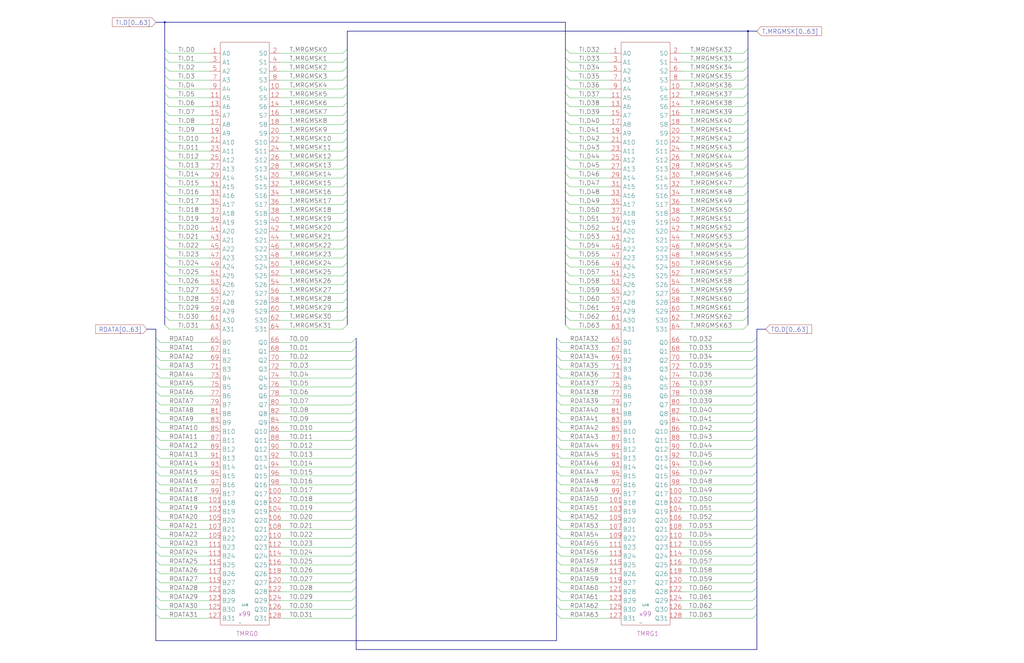
<source format=kicad_sch>
(kicad_sch (version 20230121) (generator eeschema)
  (paper "User" 584.2 378.46)
  (title_block (title "MERGER / TYPE HALF MSB'S") (date "20-MAR-90") (rev "1.0") (comment 1 "FIU") (comment 2 "232-003065") (comment 3 "S400") (comment 4 "RELEASED"))
  (junction (at 426.72 17.78))
  (junction (at 93.98 12.7))
  (bus_entry (at 203.2 309.88) (size -2.54 2.54))
  (bus_entry (at 317.5 193.04) (size 2.54 2.54))
  (bus_entry (at 93.98 88.9) (size 2.54 2.54))
  (bus_entry (at 88.9 299.72) (size 2.54 2.54))
  (bus_entry (at 93.98 149.86) (size 2.54 2.54))
  (bus_entry (at 426.72 38.1) (size -2.54 2.54))
  (bus_entry (at 93.98 124.46) (size 2.54 2.54))
  (bus_entry (at 426.72 78.74) (size -2.54 2.54))
  (bus_entry (at 203.2 254) (size -2.54 2.54))
  (bus_entry (at 88.9 304.8) (size 2.54 2.54))
  (bus_entry (at 322.58 175.26) (size 2.54 2.54))
  (bus_entry (at 198.12 48.26) (size -2.54 2.54))
  (bus_entry (at 317.5 294.64) (size 2.54 2.54))
  (bus_entry (at 88.9 198.12) (size 2.54 2.54))
  (bus_entry (at 426.72 99.06) (size -2.54 2.54))
  (bus_entry (at 203.2 304.8) (size -2.54 2.54))
  (bus_entry (at 317.5 350.52) (size 2.54 2.54))
  (bus_entry (at 431.8 198.12) (size -2.54 2.54))
  (bus_entry (at 317.5 198.12) (size 2.54 2.54))
  (bus_entry (at 203.2 203.2) (size -2.54 2.54))
  (bus_entry (at 322.58 154.94) (size 2.54 2.54))
  (bus_entry (at 203.2 264.16) (size -2.54 2.54))
  (bus_entry (at 431.8 279.4) (size -2.54 2.54))
  (bus_entry (at 431.8 309.88) (size -2.54 2.54))
  (bus_entry (at 317.5 304.8) (size 2.54 2.54))
  (bus_entry (at 317.5 309.88) (size 2.54 2.54))
  (bus_entry (at 93.98 180.34) (size 2.54 2.54))
  (bus_entry (at 431.8 238.76) (size -2.54 2.54))
  (bus_entry (at 93.98 129.54) (size 2.54 2.54))
  (bus_entry (at 322.58 160.02) (size 2.54 2.54))
  (bus_entry (at 322.58 104.14) (size 2.54 2.54))
  (bus_entry (at 93.98 170.18) (size 2.54 2.54))
  (bus_entry (at 93.98 68.58) (size 2.54 2.54))
  (bus_entry (at 88.9 330.2) (size 2.54 2.54))
  (bus_entry (at 203.2 218.44) (size -2.54 2.54))
  (bus_entry (at 322.58 99.06) (size 2.54 2.54))
  (bus_entry (at 93.98 53.34) (size 2.54 2.54))
  (bus_entry (at 198.12 99.06) (size -2.54 2.54))
  (bus_entry (at 198.12 149.86) (size -2.54 2.54))
  (bus_entry (at 203.2 330.2) (size -2.54 2.54))
  (bus_entry (at 203.2 274.32) (size -2.54 2.54))
  (bus_entry (at 203.2 289.56) (size -2.54 2.54))
  (bus_entry (at 431.8 320.04) (size -2.54 2.54))
  (bus_entry (at 198.12 109.22) (size -2.54 2.54))
  (bus_entry (at 88.9 325.12) (size 2.54 2.54))
  (bus_entry (at 88.9 233.68) (size 2.54 2.54))
  (bus_entry (at 322.58 78.74) (size 2.54 2.54))
  (bus_entry (at 317.5 208.28) (size 2.54 2.54))
  (bus_entry (at 93.98 43.18) (size 2.54 2.54))
  (bus_entry (at 317.5 289.56) (size 2.54 2.54))
  (bus_entry (at 93.98 104.14) (size 2.54 2.54))
  (bus_entry (at 93.98 154.94) (size 2.54 2.54))
  (bus_entry (at 198.12 53.34) (size -2.54 2.54))
  (bus_entry (at 426.72 134.62) (size -2.54 2.54))
  (bus_entry (at 93.98 139.7) (size 2.54 2.54))
  (bus_entry (at 322.58 48.26) (size 2.54 2.54))
  (bus_entry (at 203.2 233.68) (size -2.54 2.54))
  (bus_entry (at 317.5 314.96) (size 2.54 2.54))
  (bus_entry (at 88.9 320.04) (size 2.54 2.54))
  (bus_entry (at 88.9 259.08) (size 2.54 2.54))
  (bus_entry (at 431.8 193.04) (size -2.54 2.54))
  (bus_entry (at 317.5 320.04) (size 2.54 2.54))
  (bus_entry (at 431.8 330.2) (size -2.54 2.54))
  (bus_entry (at 93.98 63.5) (size 2.54 2.54))
  (bus_entry (at 426.72 48.26) (size -2.54 2.54))
  (bus_entry (at 203.2 284.48) (size -2.54 2.54))
  (bus_entry (at 93.98 165.1) (size 2.54 2.54))
  (bus_entry (at 198.12 33.02) (size -2.54 2.54))
  (bus_entry (at 88.9 284.48) (size 2.54 2.54))
  (bus_entry (at 203.2 213.36) (size -2.54 2.54))
  (bus_entry (at 426.72 160.02) (size -2.54 2.54))
  (bus_entry (at 88.9 335.28) (size 2.54 2.54))
  (bus_entry (at 431.8 213.36) (size -2.54 2.54))
  (bus_entry (at 317.5 284.48) (size 2.54 2.54))
  (bus_entry (at 322.58 43.18) (size 2.54 2.54))
  (bus_entry (at 88.9 289.56) (size 2.54 2.54))
  (bus_entry (at 88.9 223.52) (size 2.54 2.54))
  (bus_entry (at 203.2 345.44) (size -2.54 2.54))
  (bus_entry (at 431.8 350.52) (size -2.54 2.54))
  (bus_entry (at 88.9 274.32) (size 2.54 2.54))
  (bus_entry (at 426.72 63.5) (size -2.54 2.54))
  (bus_entry (at 431.8 233.68) (size -2.54 2.54))
  (bus_entry (at 317.5 223.52) (size 2.54 2.54))
  (bus_entry (at 203.2 314.96) (size -2.54 2.54))
  (bus_entry (at 88.9 294.64) (size 2.54 2.54))
  (bus_entry (at 93.98 48.26) (size 2.54 2.54))
  (bus_entry (at 88.9 213.36) (size 2.54 2.54))
  (bus_entry (at 426.72 53.34) (size -2.54 2.54))
  (bus_entry (at 203.2 325.12) (size -2.54 2.54))
  (bus_entry (at 322.58 149.86) (size 2.54 2.54))
  (bus_entry (at 317.5 274.32) (size 2.54 2.54))
  (bus_entry (at 88.9 254) (size 2.54 2.54))
  (bus_entry (at 198.12 180.34) (size -2.54 2.54))
  (bus_entry (at 431.8 208.28) (size -2.54 2.54))
  (bus_entry (at 431.8 203.2) (size -2.54 2.54))
  (bus_entry (at 431.8 264.16) (size -2.54 2.54))
  (bus_entry (at 431.8 254) (size -2.54 2.54))
  (bus_entry (at 203.2 228.6) (size -2.54 2.54))
  (bus_entry (at 322.58 63.5) (size 2.54 2.54))
  (bus_entry (at 317.5 259.08) (size 2.54 2.54))
  (bus_entry (at 198.12 165.1) (size -2.54 2.54))
  (bus_entry (at 203.2 335.28) (size -2.54 2.54))
  (bus_entry (at 426.72 149.86) (size -2.54 2.54))
  (bus_entry (at 322.58 129.54) (size 2.54 2.54))
  (bus_entry (at 426.72 129.54) (size -2.54 2.54))
  (bus_entry (at 93.98 73.66) (size 2.54 2.54))
  (bus_entry (at 322.58 83.82) (size 2.54 2.54))
  (bus_entry (at 426.72 104.14) (size -2.54 2.54))
  (bus_entry (at 198.12 73.66) (size -2.54 2.54))
  (bus_entry (at 93.98 99.06) (size 2.54 2.54))
  (bus_entry (at 198.12 129.54) (size -2.54 2.54))
  (bus_entry (at 317.5 213.36) (size 2.54 2.54))
  (bus_entry (at 431.8 304.8) (size -2.54 2.54))
  (bus_entry (at 88.9 203.2) (size 2.54 2.54))
  (bus_entry (at 322.58 38.1) (size 2.54 2.54))
  (bus_entry (at 198.12 119.38) (size -2.54 2.54))
  (bus_entry (at 198.12 139.7) (size -2.54 2.54))
  (bus_entry (at 198.12 104.14) (size -2.54 2.54))
  (bus_entry (at 198.12 170.18) (size -2.54 2.54))
  (bus_entry (at 317.5 325.12) (size 2.54 2.54))
  (bus_entry (at 93.98 185.42) (size 2.54 2.54))
  (bus_entry (at 322.58 170.18) (size 2.54 2.54))
  (bus_entry (at 317.5 299.72) (size 2.54 2.54))
  (bus_entry (at 203.2 193.04) (size -2.54 2.54))
  (bus_entry (at 88.9 269.24) (size 2.54 2.54))
  (bus_entry (at 198.12 63.5) (size -2.54 2.54))
  (bus_entry (at 203.2 198.12) (size -2.54 2.54))
  (bus_entry (at 322.58 134.62) (size 2.54 2.54))
  (bus_entry (at 93.98 83.82) (size 2.54 2.54))
  (bus_entry (at 431.8 243.84) (size -2.54 2.54))
  (bus_entry (at 426.72 124.46) (size -2.54 2.54))
  (bus_entry (at 426.72 88.9) (size -2.54 2.54))
  (bus_entry (at 198.12 38.1) (size -2.54 2.54))
  (bus_entry (at 431.8 345.44) (size -2.54 2.54))
  (bus_entry (at 426.72 175.26) (size -2.54 2.54))
  (bus_entry (at 322.58 144.78) (size 2.54 2.54))
  (bus_entry (at 317.5 330.2) (size 2.54 2.54))
  (bus_entry (at 322.58 124.46) (size 2.54 2.54))
  (bus_entry (at 203.2 350.52) (size -2.54 2.54))
  (bus_entry (at 426.72 33.02) (size -2.54 2.54))
  (bus_entry (at 93.98 33.02) (size 2.54 2.54))
  (bus_entry (at 431.8 294.64) (size -2.54 2.54))
  (bus_entry (at 203.2 294.64) (size -2.54 2.54))
  (bus_entry (at 198.12 68.58) (size -2.54 2.54))
  (bus_entry (at 203.2 238.76) (size -2.54 2.54))
  (bus_entry (at 198.12 78.74) (size -2.54 2.54))
  (bus_entry (at 88.9 309.88) (size 2.54 2.54))
  (bus_entry (at 198.12 160.02) (size -2.54 2.54))
  (bus_entry (at 317.5 233.68) (size 2.54 2.54))
  (bus_entry (at 317.5 340.36) (size 2.54 2.54))
  (bus_entry (at 317.5 203.2) (size 2.54 2.54))
  (bus_entry (at 426.72 93.98) (size -2.54 2.54))
  (bus_entry (at 426.72 27.94) (size -2.54 2.54))
  (bus_entry (at 88.9 350.52) (size 2.54 2.54))
  (bus_entry (at 203.2 248.92) (size -2.54 2.54))
  (bus_entry (at 426.72 170.18) (size -2.54 2.54))
  (bus_entry (at 93.98 160.02) (size 2.54 2.54))
  (bus_entry (at 198.12 114.3) (size -2.54 2.54))
  (bus_entry (at 198.12 88.9) (size -2.54 2.54))
  (bus_entry (at 322.58 109.22) (size 2.54 2.54))
  (bus_entry (at 431.8 248.92) (size -2.54 2.54))
  (bus_entry (at 203.2 259.08) (size -2.54 2.54))
  (bus_entry (at 322.58 93.98) (size 2.54 2.54))
  (bus_entry (at 88.9 279.4) (size 2.54 2.54))
  (bus_entry (at 88.9 340.36) (size 2.54 2.54))
  (bus_entry (at 88.9 228.6) (size 2.54 2.54))
  (bus_entry (at 88.9 314.96) (size 2.54 2.54))
  (bus_entry (at 198.12 124.46) (size -2.54 2.54))
  (bus_entry (at 203.2 340.36) (size -2.54 2.54))
  (bus_entry (at 93.98 78.74) (size 2.54 2.54))
  (bus_entry (at 431.8 228.6) (size -2.54 2.54))
  (bus_entry (at 426.72 154.94) (size -2.54 2.54))
  (bus_entry (at 88.9 243.84) (size 2.54 2.54))
  (bus_entry (at 198.12 43.18) (size -2.54 2.54))
  (bus_entry (at 322.58 58.42) (size 2.54 2.54))
  (bus_entry (at 198.12 27.94) (size -2.54 2.54))
  (bus_entry (at 322.58 73.66) (size 2.54 2.54))
  (bus_entry (at 431.8 223.52) (size -2.54 2.54))
  (bus_entry (at 88.9 208.28) (size 2.54 2.54))
  (bus_entry (at 88.9 218.44) (size 2.54 2.54))
  (bus_entry (at 322.58 114.3) (size 2.54 2.54))
  (bus_entry (at 88.9 264.16) (size 2.54 2.54))
  (bus_entry (at 426.72 185.42) (size -2.54 2.54))
  (bus_entry (at 317.5 279.4) (size 2.54 2.54))
  (bus_entry (at 431.8 218.44) (size -2.54 2.54))
  (bus_entry (at 431.8 274.32) (size -2.54 2.54))
  (bus_entry (at 93.98 93.98) (size 2.54 2.54))
  (bus_entry (at 93.98 134.62) (size 2.54 2.54))
  (bus_entry (at 426.72 114.3) (size -2.54 2.54))
  (bus_entry (at 317.5 248.92) (size 2.54 2.54))
  (bus_entry (at 322.58 185.42) (size 2.54 2.54))
  (bus_entry (at 317.5 269.24) (size 2.54 2.54))
  (bus_entry (at 426.72 73.66) (size -2.54 2.54))
  (bus_entry (at 426.72 83.82) (size -2.54 2.54))
  (bus_entry (at 426.72 119.38) (size -2.54 2.54))
  (bus_entry (at 88.9 193.04) (size 2.54 2.54))
  (bus_entry (at 88.9 345.44) (size 2.54 2.54))
  (bus_entry (at 431.8 335.28) (size -2.54 2.54))
  (bus_entry (at 203.2 243.84) (size -2.54 2.54))
  (bus_entry (at 426.72 109.22) (size -2.54 2.54))
  (bus_entry (at 93.98 38.1) (size 2.54 2.54))
  (bus_entry (at 431.8 284.48) (size -2.54 2.54))
  (bus_entry (at 317.5 238.76) (size 2.54 2.54))
  (bus_entry (at 322.58 53.34) (size 2.54 2.54))
  (bus_entry (at 322.58 88.9) (size 2.54 2.54))
  (bus_entry (at 198.12 144.78) (size -2.54 2.54))
  (bus_entry (at 426.72 68.58) (size -2.54 2.54))
  (bus_entry (at 198.12 83.82) (size -2.54 2.54))
  (bus_entry (at 198.12 134.62) (size -2.54 2.54))
  (bus_entry (at 431.8 325.12) (size -2.54 2.54))
  (bus_entry (at 322.58 119.38) (size 2.54 2.54))
  (bus_entry (at 322.58 180.34) (size 2.54 2.54))
  (bus_entry (at 431.8 340.36) (size -2.54 2.54))
  (bus_entry (at 317.5 345.44) (size 2.54 2.54))
  (bus_entry (at 317.5 264.16) (size 2.54 2.54))
  (bus_entry (at 203.2 208.28) (size -2.54 2.54))
  (bus_entry (at 203.2 299.72) (size -2.54 2.54))
  (bus_entry (at 88.9 238.76) (size 2.54 2.54))
  (bus_entry (at 203.2 223.52) (size -2.54 2.54))
  (bus_entry (at 198.12 93.98) (size -2.54 2.54))
  (bus_entry (at 431.8 269.24) (size -2.54 2.54))
  (bus_entry (at 198.12 175.26) (size -2.54 2.54))
  (bus_entry (at 431.8 299.72) (size -2.54 2.54))
  (bus_entry (at 322.58 139.7) (size 2.54 2.54))
  (bus_entry (at 431.8 314.96) (size -2.54 2.54))
  (bus_entry (at 203.2 320.04) (size -2.54 2.54))
  (bus_entry (at 322.58 165.1) (size 2.54 2.54))
  (bus_entry (at 426.72 180.34) (size -2.54 2.54))
  (bus_entry (at 426.72 139.7) (size -2.54 2.54))
  (bus_entry (at 322.58 68.58) (size 2.54 2.54))
  (bus_entry (at 317.5 335.28) (size 2.54 2.54))
  (bus_entry (at 203.2 279.4) (size -2.54 2.54))
  (bus_entry (at 93.98 58.42) (size 2.54 2.54))
  (bus_entry (at 317.5 243.84) (size 2.54 2.54))
  (bus_entry (at 317.5 254) (size 2.54 2.54))
  (bus_entry (at 322.58 33.02) (size 2.54 2.54))
  (bus_entry (at 93.98 114.3) (size 2.54 2.54))
  (bus_entry (at 198.12 185.42) (size -2.54 2.54))
  (bus_entry (at 93.98 27.94) (size 2.54 2.54))
  (bus_entry (at 198.12 58.42) (size -2.54 2.54))
  (bus_entry (at 93.98 175.26) (size 2.54 2.54))
  (bus_entry (at 203.2 269.24) (size -2.54 2.54))
  (bus_entry (at 317.5 228.6) (size 2.54 2.54))
  (bus_entry (at 88.9 248.92) (size 2.54 2.54))
  (bus_entry (at 426.72 58.42) (size -2.54 2.54))
  (bus_entry (at 431.8 259.08) (size -2.54 2.54))
  (bus_entry (at 198.12 154.94) (size -2.54 2.54))
  (bus_entry (at 93.98 109.22) (size 2.54 2.54))
  (bus_entry (at 317.5 218.44) (size 2.54 2.54))
  (bus_entry (at 426.72 165.1) (size -2.54 2.54))
  (bus_entry (at 93.98 119.38) (size 2.54 2.54))
  (bus_entry (at 431.8 289.56) (size -2.54 2.54))
  (bus_entry (at 322.58 27.94) (size 2.54 2.54))
  (bus_entry (at 426.72 43.18) (size -2.54 2.54))
  (bus_entry (at 426.72 144.78) (size -2.54 2.54))
  (bus_entry (at 93.98 144.78) (size 2.54 2.54))
  (wire (pts (xy 91.44 236.22) (xy 119.38 236.22)))
  (wire (pts (xy 200.66 337.82) (xy 160.02 337.82)))
  (wire (pts (xy 429.26 200.66) (xy 388.62 200.66)))
  (bus (pts (xy 93.98 104.14) (xy 93.98 109.22)))
  (bus (pts (xy 203.2 238.76) (xy 203.2 243.84)))
  (wire (pts (xy 347.98 187.96) (xy 325.12 187.96)))
  (bus (pts (xy 431.8 340.36) (xy 431.8 345.44)))
  (wire (pts (xy 119.38 111.76) (xy 96.52 111.76)))
  (bus (pts (xy 431.8 254) (xy 431.8 259.08)))
  (wire (pts (xy 388.62 167.64) (xy 424.18 167.64)))
  (bus (pts (xy 431.8 279.4) (xy 431.8 284.48)))
  (wire (pts (xy 91.44 353.06) (xy 119.38 353.06)))
  (wire (pts (xy 320.04 317.5) (xy 347.98 317.5)))
  (bus (pts (xy 88.9 254) (xy 88.9 259.08)))
  (wire (pts (xy 119.38 71.12) (xy 96.52 71.12)))
  (bus (pts (xy 436.88 187.96) (xy 431.8 187.96)))
  (wire (pts (xy 388.62 35.56) (xy 424.18 35.56)))
  (wire (pts (xy 160.02 162.56) (xy 195.58 162.56)))
  (bus (pts (xy 88.9 198.12) (xy 88.9 203.2)))
  (wire (pts (xy 388.62 76.2) (xy 424.18 76.2)))
  (bus (pts (xy 198.12 114.3) (xy 198.12 119.38)))
  (bus (pts (xy 198.12 78.74) (xy 198.12 83.82)))
  (wire (pts (xy 347.98 71.12) (xy 325.12 71.12)))
  (wire (pts (xy 388.62 45.72) (xy 424.18 45.72)))
  (wire (pts (xy 347.98 50.8) (xy 325.12 50.8)))
  (wire (pts (xy 388.62 132.08) (xy 424.18 132.08)))
  (wire (pts (xy 320.04 241.3) (xy 347.98 241.3)))
  (wire (pts (xy 91.44 287.02) (xy 119.38 287.02)))
  (bus (pts (xy 426.72 144.78) (xy 426.72 149.86)))
  (wire (pts (xy 388.62 157.48) (xy 424.18 157.48)))
  (wire (pts (xy 119.38 30.48) (xy 96.52 30.48)))
  (bus (pts (xy 431.8 269.24) (xy 431.8 274.32)))
  (wire (pts (xy 160.02 81.28) (xy 195.58 81.28)))
  (bus (pts (xy 93.98 43.18) (xy 93.98 48.26)))
  (bus (pts (xy 426.72 139.7) (xy 426.72 144.78)))
  (wire (pts (xy 388.62 162.56) (xy 424.18 162.56)))
  (wire (pts (xy 91.44 327.66) (xy 119.38 327.66)))
  (wire (pts (xy 388.62 111.76) (xy 424.18 111.76)))
  (wire (pts (xy 200.66 302.26) (xy 160.02 302.26)))
  (wire (pts (xy 91.44 297.18) (xy 119.38 297.18)))
  (bus (pts (xy 322.58 83.82) (xy 322.58 88.9)))
  (bus (pts (xy 198.12 53.34) (xy 198.12 58.42)))
  (bus (pts (xy 203.2 259.08) (xy 203.2 264.16)))
  (wire (pts (xy 429.26 353.06) (xy 388.62 353.06)))
  (bus (pts (xy 198.12 175.26) (xy 198.12 180.34)))
  (bus (pts (xy 322.58 33.02) (xy 322.58 38.1)))
  (wire (pts (xy 320.04 205.74) (xy 347.98 205.74)))
  (bus (pts (xy 322.58 124.46) (xy 322.58 129.54)))
  (bus (pts (xy 93.98 53.34) (xy 93.98 58.42)))
  (wire (pts (xy 429.26 292.1) (xy 388.62 292.1)))
  (wire (pts (xy 200.66 195.58) (xy 160.02 195.58)))
  (bus (pts (xy 317.5 330.2) (xy 317.5 335.28)))
  (wire (pts (xy 429.26 266.7) (xy 388.62 266.7)))
  (wire (pts (xy 91.44 195.58) (xy 119.38 195.58)))
  (bus (pts (xy 203.2 243.84) (xy 203.2 248.92)))
  (bus (pts (xy 203.2 299.72) (xy 203.2 304.8)))
  (bus (pts (xy 426.72 73.66) (xy 426.72 78.74)))
  (bus (pts (xy 93.98 33.02) (xy 93.98 38.1)))
  (bus (pts (xy 93.98 83.82) (xy 93.98 88.9)))
  (bus (pts (xy 322.58 129.54) (xy 322.58 134.62)))
  (bus (pts (xy 93.98 170.18) (xy 93.98 175.26)))
  (wire (pts (xy 347.98 132.08) (xy 325.12 132.08)))
  (bus (pts (xy 426.72 99.06) (xy 426.72 104.14)))
  (bus (pts (xy 83.82 187.96) (xy 88.9 187.96)))
  (wire (pts (xy 160.02 177.8) (xy 195.58 177.8)))
  (bus (pts (xy 322.58 160.02) (xy 322.58 165.1)))
  (bus (pts (xy 426.72 88.9) (xy 426.72 93.98)))
  (bus (pts (xy 431.8 299.72) (xy 431.8 304.8)))
  (bus (pts (xy 322.58 53.34) (xy 322.58 58.42)))
  (bus (pts (xy 93.98 12.7) (xy 322.58 12.7)))
  (wire (pts (xy 429.26 347.98) (xy 388.62 347.98)))
  (wire (pts (xy 388.62 91.44) (xy 424.18 91.44)))
  (bus (pts (xy 431.8 330.2) (xy 431.8 335.28)))
  (wire (pts (xy 429.26 302.26) (xy 388.62 302.26)))
  (bus (pts (xy 317.5 304.8) (xy 317.5 309.88)))
  (bus (pts (xy 431.8 248.92) (xy 431.8 254)))
  (bus (pts (xy 88.9 325.12) (xy 88.9 330.2)))
  (bus (pts (xy 431.8 345.44) (xy 431.8 350.52)))
  (bus (pts (xy 317.5 208.28) (xy 317.5 213.36)))
  (bus (pts (xy 88.9 345.44) (xy 88.9 350.52)))
  (bus (pts (xy 431.8 309.88) (xy 431.8 314.96)))
  (bus (pts (xy 426.72 27.94) (xy 426.72 33.02)))
  (wire (pts (xy 388.62 60.96) (xy 424.18 60.96)))
  (wire (pts (xy 320.04 281.94) (xy 347.98 281.94)))
  (bus (pts (xy 203.2 309.88) (xy 203.2 314.96)))
  (wire (pts (xy 347.98 137.16) (xy 325.12 137.16)))
  (wire (pts (xy 320.04 226.06) (xy 347.98 226.06)))
  (wire (pts (xy 320.04 215.9) (xy 347.98 215.9)))
  (bus (pts (xy 198.12 134.62) (xy 198.12 139.7)))
  (wire (pts (xy 388.62 116.84) (xy 424.18 116.84)))
  (wire (pts (xy 347.98 177.8) (xy 325.12 177.8)))
  (bus (pts (xy 317.5 279.4) (xy 317.5 284.48)))
  (bus (pts (xy 322.58 180.34) (xy 322.58 185.42)))
  (bus (pts (xy 88.9 304.8) (xy 88.9 309.88)))
  (bus (pts (xy 203.2 213.36) (xy 203.2 218.44)))
  (wire (pts (xy 320.04 347.98) (xy 347.98 347.98)))
  (bus (pts (xy 93.98 129.54) (xy 93.98 134.62)))
  (bus (pts (xy 322.58 144.78) (xy 322.58 149.86)))
  (bus (pts (xy 88.9 259.08) (xy 88.9 264.16)))
  (bus (pts (xy 317.5 238.76) (xy 317.5 243.84)))
  (wire (pts (xy 91.44 241.3) (xy 119.38 241.3)))
  (wire (pts (xy 388.62 127) (xy 424.18 127)))
  (bus (pts (xy 93.98 139.7) (xy 93.98 144.78)))
  (bus (pts (xy 317.5 345.44) (xy 317.5 350.52)))
  (bus (pts (xy 93.98 93.98) (xy 93.98 99.06)))
  (wire (pts (xy 388.62 30.48) (xy 424.18 30.48)))
  (wire (pts (xy 160.02 116.84) (xy 195.58 116.84)))
  (bus (pts (xy 317.5 289.56) (xy 317.5 294.64)))
  (bus (pts (xy 198.12 160.02) (xy 198.12 165.1)))
  (wire (pts (xy 119.38 91.44) (xy 96.52 91.44)))
  (bus (pts (xy 88.9 335.28) (xy 88.9 340.36)))
  (wire (pts (xy 320.04 327.66) (xy 347.98 327.66)))
  (wire (pts (xy 200.66 241.3) (xy 160.02 241.3)))
  (wire (pts (xy 388.62 177.8) (xy 424.18 177.8)))
  (wire (pts (xy 160.02 111.76) (xy 195.58 111.76)))
  (bus (pts (xy 203.2 294.64) (xy 203.2 299.72)))
  (wire (pts (xy 347.98 45.72) (xy 325.12 45.72)))
  (bus (pts (xy 322.58 134.62) (xy 322.58 139.7)))
  (wire (pts (xy 91.44 251.46) (xy 119.38 251.46)))
  (wire (pts (xy 388.62 172.72) (xy 424.18 172.72)))
  (bus (pts (xy 426.72 17.78) (xy 426.72 27.94)))
  (wire (pts (xy 91.44 292.1) (xy 119.38 292.1)))
  (bus (pts (xy 317.5 259.08) (xy 317.5 264.16)))
  (wire (pts (xy 91.44 342.9) (xy 119.38 342.9)))
  (wire (pts (xy 388.62 66.04) (xy 424.18 66.04)))
  (bus (pts (xy 426.72 119.38) (xy 426.72 124.46)))
  (wire (pts (xy 119.38 162.56) (xy 96.52 162.56)))
  (bus (pts (xy 431.8 228.6) (xy 431.8 233.68)))
  (wire (pts (xy 429.26 327.66) (xy 388.62 327.66)))
  (wire (pts (xy 320.04 353.06) (xy 347.98 353.06)))
  (bus (pts (xy 426.72 124.46) (xy 426.72 129.54)))
  (bus (pts (xy 88.9 238.76) (xy 88.9 243.84)))
  (bus (pts (xy 431.8 370.84) (xy 431.8 350.52)))
  (bus (pts (xy 88.9 350.52) (xy 88.9 365.76)))
  (wire (pts (xy 91.44 281.94) (xy 119.38 281.94)))
  (bus (pts (xy 426.72 114.3) (xy 426.72 119.38)))
  (bus (pts (xy 198.12 17.78) (xy 426.72 17.78)))
  (wire (pts (xy 347.98 66.04) (xy 325.12 66.04)))
  (wire (pts (xy 119.38 45.72) (xy 96.52 45.72)))
  (bus (pts (xy 198.12 58.42) (xy 198.12 63.5)))
  (bus (pts (xy 426.72 53.34) (xy 426.72 58.42)))
  (bus (pts (xy 198.12 93.98) (xy 198.12 99.06)))
  (bus (pts (xy 88.9 330.2) (xy 88.9 335.28)))
  (bus (pts (xy 203.2 340.36) (xy 203.2 345.44)))
  (wire (pts (xy 119.38 86.36) (xy 96.52 86.36)))
  (bus (pts (xy 317.5 320.04) (xy 317.5 325.12)))
  (bus (pts (xy 198.12 124.46) (xy 198.12 129.54)))
  (bus (pts (xy 88.9 233.68) (xy 88.9 238.76)))
  (wire (pts (xy 320.04 307.34) (xy 347.98 307.34)))
  (bus (pts (xy 203.2 350.52) (xy 203.2 370.84)))
  (wire (pts (xy 119.38 66.04) (xy 96.52 66.04)))
  (bus (pts (xy 198.12 63.5) (xy 198.12 68.58)))
  (wire (pts (xy 347.98 96.52) (xy 325.12 96.52)))
  (wire (pts (xy 200.66 256.54) (xy 160.02 256.54)))
  (bus (pts (xy 203.2 279.4) (xy 203.2 284.48)))
  (wire (pts (xy 347.98 30.48) (xy 325.12 30.48)))
  (bus (pts (xy 198.12 165.1) (xy 198.12 170.18)))
  (bus (pts (xy 431.8 187.96) (xy 431.8 193.04)))
  (bus (pts (xy 317.5 228.6) (xy 317.5 233.68)))
  (wire (pts (xy 320.04 256.54) (xy 347.98 256.54)))
  (wire (pts (xy 200.66 266.7) (xy 160.02 266.7)))
  (wire (pts (xy 91.44 266.7) (xy 119.38 266.7)))
  (bus (pts (xy 317.5 340.36) (xy 317.5 345.44)))
  (wire (pts (xy 429.26 281.94) (xy 388.62 281.94)))
  (bus (pts (xy 198.12 88.9) (xy 198.12 93.98)))
  (wire (pts (xy 429.26 236.22) (xy 388.62 236.22)))
  (wire (pts (xy 429.26 317.5) (xy 388.62 317.5)))
  (wire (pts (xy 429.26 322.58) (xy 388.62 322.58)))
  (bus (pts (xy 88.9 223.52) (xy 88.9 228.6)))
  (bus (pts (xy 88.9 228.6) (xy 88.9 233.68)))
  (wire (pts (xy 388.62 81.28) (xy 424.18 81.28)))
  (wire (pts (xy 347.98 172.72) (xy 325.12 172.72)))
  (wire (pts (xy 429.26 251.46) (xy 388.62 251.46)))
  (wire (pts (xy 388.62 55.88) (xy 424.18 55.88)))
  (bus (pts (xy 88.9 279.4) (xy 88.9 284.48)))
  (bus (pts (xy 426.72 17.78) (xy 431.8 17.78)))
  (bus (pts (xy 426.72 43.18) (xy 426.72 48.26)))
  (bus (pts (xy 198.12 154.94) (xy 198.12 160.02)))
  (wire (pts (xy 160.02 66.04) (xy 195.58 66.04)))
  (bus (pts (xy 317.5 284.48) (xy 317.5 289.56)))
  (bus (pts (xy 88.9 193.04) (xy 88.9 198.12)))
  (wire (pts (xy 119.38 177.8) (xy 96.52 177.8)))
  (wire (pts (xy 119.38 106.68) (xy 96.52 106.68)))
  (bus (pts (xy 322.58 12.7) (xy 322.58 27.94)))
  (wire (pts (xy 200.66 251.46) (xy 160.02 251.46)))
  (wire (pts (xy 91.44 337.82) (xy 119.38 337.82)))
  (bus (pts (xy 93.98 99.06) (xy 93.98 104.14)))
  (wire (pts (xy 429.26 287.02) (xy 388.62 287.02)))
  (wire (pts (xy 347.98 182.88) (xy 325.12 182.88)))
  (bus (pts (xy 426.72 109.22) (xy 426.72 114.3)))
  (wire (pts (xy 119.38 187.96) (xy 96.52 187.96)))
  (wire (pts (xy 320.04 322.58) (xy 347.98 322.58)))
  (wire (pts (xy 200.66 312.42) (xy 160.02 312.42)))
  (wire (pts (xy 119.38 81.28) (xy 96.52 81.28)))
  (bus (pts (xy 203.2 193.04) (xy 203.2 198.12)))
  (bus (pts (xy 317.5 365.76) (xy 317.5 350.52)))
  (bus (pts (xy 317.5 248.92) (xy 317.5 254)))
  (bus (pts (xy 198.12 149.86) (xy 198.12 154.94)))
  (wire (pts (xy 91.44 347.98) (xy 119.38 347.98)))
  (wire (pts (xy 320.04 332.74) (xy 347.98 332.74)))
  (wire (pts (xy 160.02 142.24) (xy 195.58 142.24)))
  (bus (pts (xy 198.12 99.06) (xy 198.12 104.14)))
  (bus (pts (xy 322.58 58.42) (xy 322.58 63.5)))
  (bus (pts (xy 203.2 345.44) (xy 203.2 350.52)))
  (bus (pts (xy 426.72 48.26) (xy 426.72 53.34)))
  (bus (pts (xy 431.8 233.68) (xy 431.8 238.76)))
  (bus (pts (xy 431.8 218.44) (xy 431.8 223.52)))
  (wire (pts (xy 160.02 35.56) (xy 195.58 35.56)))
  (bus (pts (xy 431.8 274.32) (xy 431.8 279.4)))
  (bus (pts (xy 88.9 218.44) (xy 88.9 223.52)))
  (bus (pts (xy 322.58 48.26) (xy 322.58 53.34)))
  (wire (pts (xy 347.98 35.56) (xy 325.12 35.56)))
  (wire (pts (xy 160.02 182.88) (xy 195.58 182.88)))
  (wire (pts (xy 200.66 317.5) (xy 160.02 317.5)))
  (bus (pts (xy 93.98 134.62) (xy 93.98 139.7)))
  (bus (pts (xy 322.58 78.74) (xy 322.58 83.82)))
  (wire (pts (xy 429.26 256.54) (xy 388.62 256.54)))
  (wire (pts (xy 347.98 162.56) (xy 325.12 162.56)))
  (wire (pts (xy 429.26 205.74) (xy 388.62 205.74)))
  (bus (pts (xy 88.9 213.36) (xy 88.9 218.44)))
  (wire (pts (xy 119.38 182.88) (xy 96.52 182.88)))
  (wire (pts (xy 320.04 312.42) (xy 347.98 312.42)))
  (bus (pts (xy 93.98 114.3) (xy 93.98 119.38)))
  (bus (pts (xy 198.12 43.18) (xy 198.12 48.26)))
  (bus (pts (xy 322.58 109.22) (xy 322.58 114.3)))
  (bus (pts (xy 93.98 109.22) (xy 93.98 114.3)))
  (wire (pts (xy 160.02 55.88) (xy 195.58 55.88)))
  (bus (pts (xy 203.2 274.32) (xy 203.2 279.4)))
  (wire (pts (xy 160.02 86.36) (xy 195.58 86.36)))
  (wire (pts (xy 347.98 86.36) (xy 325.12 86.36)))
  (wire (pts (xy 347.98 81.28) (xy 325.12 81.28)))
  (bus (pts (xy 93.98 180.34) (xy 93.98 185.42)))
  (bus (pts (xy 317.5 264.16) (xy 317.5 269.24)))
  (wire (pts (xy 119.38 35.56) (xy 96.52 35.56)))
  (bus (pts (xy 317.5 223.52) (xy 317.5 228.6)))
  (bus (pts (xy 322.58 73.66) (xy 322.58 78.74)))
  (wire (pts (xy 320.04 231.14) (xy 347.98 231.14)))
  (wire (pts (xy 347.98 60.96) (xy 325.12 60.96)))
  (wire (pts (xy 160.02 157.48) (xy 195.58 157.48)))
  (wire (pts (xy 388.62 137.16) (xy 424.18 137.16)))
  (wire (pts (xy 200.66 215.9) (xy 160.02 215.9)))
  (bus (pts (xy 203.2 228.6) (xy 203.2 233.68)))
  (wire (pts (xy 160.02 45.72) (xy 195.58 45.72)))
  (wire (pts (xy 320.04 287.02) (xy 347.98 287.02)))
  (wire (pts (xy 429.26 246.38) (xy 388.62 246.38)))
  (bus (pts (xy 431.8 320.04) (xy 431.8 325.12)))
  (bus (pts (xy 93.98 78.74) (xy 93.98 83.82)))
  (wire (pts (xy 200.66 327.66) (xy 160.02 327.66)))
  (wire (pts (xy 320.04 246.38) (xy 347.98 246.38)))
  (wire (pts (xy 119.38 121.92) (xy 96.52 121.92)))
  (bus (pts (xy 322.58 139.7) (xy 322.58 144.78)))
  (wire (pts (xy 160.02 30.48) (xy 195.58 30.48)))
  (bus (pts (xy 203.2 223.52) (xy 203.2 228.6)))
  (wire (pts (xy 200.66 226.06) (xy 160.02 226.06)))
  (wire (pts (xy 160.02 40.64) (xy 195.58 40.64)))
  (wire (pts (xy 429.26 241.3) (xy 388.62 241.3)))
  (wire (pts (xy 160.02 187.96) (xy 195.58 187.96)))
  (wire (pts (xy 91.44 302.26) (xy 119.38 302.26)))
  (wire (pts (xy 320.04 337.82) (xy 347.98 337.82)))
  (bus (pts (xy 88.9 264.16) (xy 88.9 269.24)))
  (bus (pts (xy 317.5 198.12) (xy 317.5 203.2)))
  (bus (pts (xy 426.72 104.14) (xy 426.72 109.22)))
  (bus (pts (xy 431.8 325.12) (xy 431.8 330.2)))
  (wire (pts (xy 160.02 71.12) (xy 195.58 71.12)))
  (wire (pts (xy 91.44 322.58) (xy 119.38 322.58)))
  (wire (pts (xy 388.62 96.52) (xy 424.18 96.52)))
  (wire (pts (xy 160.02 50.8) (xy 195.58 50.8)))
  (bus (pts (xy 426.72 58.42) (xy 426.72 63.5)))
  (bus (pts (xy 198.12 38.1) (xy 198.12 43.18)))
  (bus (pts (xy 88.9 340.36) (xy 88.9 345.44)))
  (bus (pts (xy 93.98 38.1) (xy 93.98 43.18)))
  (wire (pts (xy 119.38 167.64) (xy 96.52 167.64)))
  (wire (pts (xy 160.02 172.72) (xy 195.58 172.72)))
  (bus (pts (xy 198.12 104.14) (xy 198.12 109.22)))
  (wire (pts (xy 91.44 317.5) (xy 119.38 317.5)))
  (bus (pts (xy 322.58 119.38) (xy 322.58 124.46)))
  (wire (pts (xy 347.98 157.48) (xy 325.12 157.48)))
  (wire (pts (xy 119.38 101.6) (xy 96.52 101.6)))
  (wire (pts (xy 119.38 142.24) (xy 96.52 142.24)))
  (bus (pts (xy 317.5 203.2) (xy 317.5 208.28)))
  (bus (pts (xy 203.2 335.28) (xy 203.2 340.36)))
  (bus (pts (xy 322.58 43.18) (xy 322.58 48.26)))
  (wire (pts (xy 200.66 297.18) (xy 160.02 297.18)))
  (bus (pts (xy 198.12 27.94) (xy 198.12 17.78)))
  (wire (pts (xy 388.62 40.64) (xy 424.18 40.64)))
  (wire (pts (xy 91.44 307.34) (xy 119.38 307.34)))
  (bus (pts (xy 322.58 175.26) (xy 322.58 180.34)))
  (bus (pts (xy 203.2 203.2) (xy 203.2 208.28)))
  (wire (pts (xy 160.02 127) (xy 195.58 127)))
  (wire (pts (xy 388.62 152.4) (xy 424.18 152.4)))
  (bus (pts (xy 88.9 294.64) (xy 88.9 299.72)))
  (bus (pts (xy 322.58 170.18) (xy 322.58 175.26)))
  (bus (pts (xy 203.2 254) (xy 203.2 259.08)))
  (wire (pts (xy 320.04 261.62) (xy 347.98 261.62)))
  (bus (pts (xy 317.5 254) (xy 317.5 259.08)))
  (bus (pts (xy 203.2 218.44) (xy 203.2 223.52)))
  (wire (pts (xy 320.04 342.9) (xy 347.98 342.9)))
  (bus (pts (xy 426.72 129.54) (xy 426.72 134.62)))
  (bus (pts (xy 317.5 294.64) (xy 317.5 299.72)))
  (wire (pts (xy 160.02 132.08) (xy 195.58 132.08)))
  (wire (pts (xy 91.44 246.38) (xy 119.38 246.38)))
  (bus (pts (xy 317.5 218.44) (xy 317.5 223.52)))
  (wire (pts (xy 429.26 220.98) (xy 388.62 220.98)))
  (wire (pts (xy 200.66 236.22) (xy 160.02 236.22)))
  (wire (pts (xy 429.26 312.42) (xy 388.62 312.42)))
  (wire (pts (xy 91.44 200.66) (xy 119.38 200.66)))
  (wire (pts (xy 119.38 116.84) (xy 96.52 116.84)))
  (wire (pts (xy 119.38 76.2) (xy 96.52 76.2)))
  (wire (pts (xy 160.02 101.6) (xy 195.58 101.6)))
  (bus (pts (xy 431.8 259.08) (xy 431.8 264.16)))
  (bus (pts (xy 426.72 93.98) (xy 426.72 99.06)))
  (wire (pts (xy 320.04 195.58) (xy 347.98 195.58)))
  (bus (pts (xy 431.8 335.28) (xy 431.8 340.36)))
  (wire (pts (xy 388.62 142.24) (xy 424.18 142.24)))
  (wire (pts (xy 429.26 276.86) (xy 388.62 276.86)))
  (bus (pts (xy 203.2 284.48) (xy 203.2 289.56)))
  (bus (pts (xy 322.58 104.14) (xy 322.58 109.22)))
  (bus (pts (xy 431.8 284.48) (xy 431.8 289.56)))
  (bus (pts (xy 317.5 233.68) (xy 317.5 238.76)))
  (bus (pts (xy 431.8 208.28) (xy 431.8 213.36)))
  (bus (pts (xy 88.9 365.76) (xy 317.5 365.76)))
  (bus (pts (xy 322.58 99.06) (xy 322.58 104.14)))
  (bus (pts (xy 93.98 144.78) (xy 93.98 149.86)))
  (bus (pts (xy 198.12 27.94) (xy 198.12 33.02)))
  (wire (pts (xy 160.02 76.2) (xy 195.58 76.2)))
  (wire (pts (xy 119.38 60.96) (xy 96.52 60.96)))
  (wire (pts (xy 91.44 231.14) (xy 119.38 231.14)))
  (wire (pts (xy 320.04 266.7) (xy 347.98 266.7)))
  (bus (pts (xy 426.72 33.02) (xy 426.72 38.1)))
  (wire (pts (xy 347.98 91.44) (xy 325.12 91.44)))
  (wire (pts (xy 160.02 96.52) (xy 195.58 96.52)))
  (bus (pts (xy 203.2 233.68) (xy 203.2 238.76)))
  (wire (pts (xy 347.98 101.6) (xy 325.12 101.6)))
  (bus (pts (xy 93.98 175.26) (xy 93.98 180.34)))
  (wire (pts (xy 119.38 147.32) (xy 96.52 147.32)))
  (bus (pts (xy 431.8 238.76) (xy 431.8 243.84)))
  (wire (pts (xy 91.44 220.98) (xy 119.38 220.98)))
  (bus (pts (xy 431.8 223.52) (xy 431.8 228.6)))
  (bus (pts (xy 426.72 165.1) (xy 426.72 170.18)))
  (bus (pts (xy 88.9 12.7) (xy 93.98 12.7)))
  (wire (pts (xy 200.66 347.98) (xy 160.02 347.98)))
  (wire (pts (xy 388.62 50.8) (xy 424.18 50.8)))
  (wire (pts (xy 119.38 127) (xy 96.52 127)))
  (bus (pts (xy 88.9 243.84) (xy 88.9 248.92)))
  (wire (pts (xy 160.02 60.96) (xy 195.58 60.96)))
  (wire (pts (xy 388.62 86.36) (xy 424.18 86.36)))
  (wire (pts (xy 347.98 121.92) (xy 325.12 121.92)))
  (bus (pts (xy 198.12 48.26) (xy 198.12 53.34)))
  (wire (pts (xy 200.66 276.86) (xy 160.02 276.86)))
  (bus (pts (xy 88.9 284.48) (xy 88.9 289.56)))
  (wire (pts (xy 119.38 157.48) (xy 96.52 157.48)))
  (bus (pts (xy 203.2 198.12) (xy 203.2 203.2)))
  (bus (pts (xy 203.2 208.28) (xy 203.2 213.36)))
  (bus (pts (xy 317.5 299.72) (xy 317.5 304.8)))
  (wire (pts (xy 347.98 106.68) (xy 325.12 106.68)))
  (wire (pts (xy 91.44 312.42) (xy 119.38 312.42)))
  (bus (pts (xy 317.5 269.24) (xy 317.5 274.32)))
  (wire (pts (xy 119.38 152.4) (xy 96.52 152.4)))
  (wire (pts (xy 91.44 332.74) (xy 119.38 332.74)))
  (bus (pts (xy 317.5 193.04) (xy 317.5 198.12)))
  (wire (pts (xy 429.26 215.9) (xy 388.62 215.9)))
  (bus (pts (xy 198.12 119.38) (xy 198.12 124.46)))
  (bus (pts (xy 317.5 243.84) (xy 317.5 248.92)))
  (bus (pts (xy 431.8 304.8) (xy 431.8 309.88)))
  (wire (pts (xy 200.66 332.74) (xy 160.02 332.74)))
  (bus (pts (xy 93.98 149.86) (xy 93.98 154.94)))
  (wire (pts (xy 200.66 287.02) (xy 160.02 287.02)))
  (bus (pts (xy 88.9 320.04) (xy 88.9 325.12)))
  (bus (pts (xy 431.8 314.96) (xy 431.8 320.04)))
  (wire (pts (xy 347.98 111.76) (xy 325.12 111.76)))
  (wire (pts (xy 347.98 152.4) (xy 325.12 152.4)))
  (bus (pts (xy 317.5 309.88) (xy 317.5 314.96)))
  (bus (pts (xy 203.2 264.16) (xy 203.2 269.24)))
  (bus (pts (xy 93.98 154.94) (xy 93.98 160.02)))
  (bus (pts (xy 426.72 160.02) (xy 426.72 165.1)))
  (wire (pts (xy 347.98 55.88) (xy 325.12 55.88)))
  (bus (pts (xy 203.2 370.84) (xy 431.8 370.84)))
  (bus (pts (xy 426.72 149.86) (xy 426.72 154.94)))
  (wire (pts (xy 388.62 147.32) (xy 424.18 147.32)))
  (wire (pts (xy 388.62 121.92) (xy 424.18 121.92)))
  (bus (pts (xy 93.98 48.26) (xy 93.98 53.34)))
  (wire (pts (xy 429.26 195.58) (xy 388.62 195.58)))
  (wire (pts (xy 347.98 40.64) (xy 325.12 40.64)))
  (wire (pts (xy 320.04 292.1) (xy 347.98 292.1)))
  (bus (pts (xy 322.58 38.1) (xy 322.58 43.18)))
  (bus (pts (xy 88.9 274.32) (xy 88.9 279.4)))
  (wire (pts (xy 200.66 307.34) (xy 160.02 307.34)))
  (bus (pts (xy 317.5 314.96) (xy 317.5 320.04)))
  (bus (pts (xy 93.98 165.1) (xy 93.98 170.18)))
  (bus (pts (xy 198.12 83.82) (xy 198.12 88.9)))
  (bus (pts (xy 93.98 63.5) (xy 93.98 68.58)))
  (bus (pts (xy 426.72 38.1) (xy 426.72 43.18)))
  (bus (pts (xy 198.12 144.78) (xy 198.12 149.86)))
  (wire (pts (xy 160.02 121.92) (xy 195.58 121.92)))
  (bus (pts (xy 93.98 12.7) (xy 93.98 27.94)))
  (wire (pts (xy 320.04 236.22) (xy 347.98 236.22)))
  (wire (pts (xy 320.04 200.66) (xy 347.98 200.66)))
  (wire (pts (xy 429.26 271.78) (xy 388.62 271.78)))
  (wire (pts (xy 119.38 40.64) (xy 96.52 40.64)))
  (bus (pts (xy 88.9 187.96) (xy 88.9 193.04)))
  (bus (pts (xy 426.72 68.58) (xy 426.72 73.66)))
  (bus (pts (xy 93.98 160.02) (xy 93.98 165.1)))
  (bus (pts (xy 198.12 170.18) (xy 198.12 175.26)))
  (wire (pts (xy 320.04 210.82) (xy 347.98 210.82)))
  (bus (pts (xy 198.12 129.54) (xy 198.12 134.62)))
  (bus (pts (xy 426.72 170.18) (xy 426.72 175.26)))
  (bus (pts (xy 203.2 320.04) (xy 203.2 325.12)))
  (wire (pts (xy 91.44 276.86) (xy 119.38 276.86)))
  (wire (pts (xy 119.38 55.88) (xy 96.52 55.88)))
  (bus (pts (xy 93.98 58.42) (xy 93.98 63.5)))
  (wire (pts (xy 347.98 167.64) (xy 325.12 167.64)))
  (wire (pts (xy 388.62 101.6) (xy 424.18 101.6)))
  (wire (pts (xy 347.98 127) (xy 325.12 127)))
  (wire (pts (xy 119.38 137.16) (xy 96.52 137.16)))
  (wire (pts (xy 160.02 147.32) (xy 195.58 147.32)))
  (bus (pts (xy 198.12 180.34) (xy 198.12 185.42)))
  (wire (pts (xy 429.26 297.18) (xy 388.62 297.18)))
  (wire (pts (xy 429.26 231.14) (xy 388.62 231.14)))
  (wire (pts (xy 388.62 71.12) (xy 424.18 71.12)))
  (wire (pts (xy 119.38 132.08) (xy 96.52 132.08)))
  (bus (pts (xy 317.5 335.28) (xy 317.5 340.36)))
  (bus (pts (xy 198.12 139.7) (xy 198.12 144.78)))
  (wire (pts (xy 200.66 261.62) (xy 160.02 261.62)))
  (wire (pts (xy 200.66 353.06) (xy 160.02 353.06)))
  (wire (pts (xy 91.44 226.06) (xy 119.38 226.06)))
  (wire (pts (xy 200.66 342.9) (xy 160.02 342.9)))
  (bus (pts (xy 426.72 175.26) (xy 426.72 180.34)))
  (bus (pts (xy 88.9 208.28) (xy 88.9 213.36)))
  (wire (pts (xy 91.44 205.74) (xy 119.38 205.74)))
  (bus (pts (xy 431.8 198.12) (xy 431.8 203.2)))
  (bus (pts (xy 322.58 88.9) (xy 322.58 93.98)))
  (wire (pts (xy 91.44 215.9) (xy 119.38 215.9)))
  (bus (pts (xy 426.72 134.62) (xy 426.72 139.7)))
  (bus (pts (xy 198.12 109.22) (xy 198.12 114.3)))
  (wire (pts (xy 200.66 200.66) (xy 160.02 200.66)))
  (wire (pts (xy 91.44 210.82) (xy 119.38 210.82)))
  (wire (pts (xy 160.02 137.16) (xy 195.58 137.16)))
  (wire (pts (xy 429.26 307.34) (xy 388.62 307.34)))
  (bus (pts (xy 198.12 33.02) (xy 198.12 38.1)))
  (bus (pts (xy 93.98 88.9) (xy 93.98 93.98)))
  (bus (pts (xy 322.58 27.94) (xy 322.58 33.02)))
  (bus (pts (xy 203.2 304.8) (xy 203.2 309.88)))
  (wire (pts (xy 160.02 106.68) (xy 195.58 106.68)))
  (wire (pts (xy 347.98 76.2) (xy 325.12 76.2)))
  (bus (pts (xy 88.9 289.56) (xy 88.9 294.64)))
  (wire (pts (xy 429.26 337.82) (xy 388.62 337.82)))
  (wire (pts (xy 160.02 152.4) (xy 195.58 152.4)))
  (wire (pts (xy 119.38 50.8) (xy 96.52 50.8)))
  (bus (pts (xy 431.8 243.84) (xy 431.8 248.92)))
  (bus (pts (xy 203.2 289.56) (xy 203.2 294.64)))
  (wire (pts (xy 200.66 292.1) (xy 160.02 292.1)))
  (bus (pts (xy 431.8 289.56) (xy 431.8 294.64)))
  (bus (pts (xy 203.2 269.24) (xy 203.2 274.32)))
  (bus (pts (xy 88.9 203.2) (xy 88.9 208.28)))
  (bus (pts (xy 93.98 68.58) (xy 93.98 73.66)))
  (wire (pts (xy 347.98 142.24) (xy 325.12 142.24)))
  (bus (pts (xy 426.72 180.34) (xy 426.72 185.42)))
  (bus (pts (xy 317.5 213.36) (xy 317.5 218.44)))
  (bus (pts (xy 322.58 114.3) (xy 322.58 119.38)))
  (bus (pts (xy 93.98 119.38) (xy 93.98 124.46)))
  (bus (pts (xy 317.5 325.12) (xy 317.5 330.2)))
  (bus (pts (xy 431.8 213.36) (xy 431.8 218.44)))
  (bus (pts (xy 203.2 248.92) (xy 203.2 254)))
  (wire (pts (xy 200.66 322.58) (xy 160.02 322.58)))
  (bus (pts (xy 203.2 314.96) (xy 203.2 320.04)))
  (wire (pts (xy 320.04 271.78) (xy 347.98 271.78)))
  (wire (pts (xy 200.66 281.94) (xy 160.02 281.94)))
  (wire (pts (xy 320.04 251.46) (xy 347.98 251.46)))
  (wire (pts (xy 388.62 106.68) (xy 424.18 106.68)))
  (bus (pts (xy 93.98 73.66) (xy 93.98 78.74)))
  (wire (pts (xy 429.26 210.82) (xy 388.62 210.82)))
  (wire (pts (xy 429.26 342.9) (xy 388.62 342.9)))
  (wire (pts (xy 91.44 271.78) (xy 119.38 271.78)))
  (bus (pts (xy 426.72 63.5) (xy 426.72 68.58)))
  (bus (pts (xy 203.2 325.12) (xy 203.2 330.2)))
  (wire (pts (xy 160.02 167.64) (xy 195.58 167.64)))
  (bus (pts (xy 88.9 248.92) (xy 88.9 254)))
  (bus (pts (xy 426.72 78.74) (xy 426.72 83.82)))
  (bus (pts (xy 322.58 93.98) (xy 322.58 99.06)))
  (wire (pts (xy 347.98 147.32) (xy 325.12 147.32)))
  (bus (pts (xy 431.8 193.04) (xy 431.8 198.12)))
  (wire (pts (xy 429.26 332.74) (xy 388.62 332.74)))
  (bus (pts (xy 322.58 165.1) (xy 322.58 170.18)))
  (wire (pts (xy 388.62 187.96) (xy 424.18 187.96)))
  (wire (pts (xy 320.04 297.18) (xy 347.98 297.18)))
  (wire (pts (xy 200.66 210.82) (xy 160.02 210.82)))
  (wire (pts (xy 200.66 231.14) (xy 160.02 231.14)))
  (bus (pts (xy 93.98 124.46) (xy 93.98 129.54)))
  (wire (pts (xy 200.66 271.78) (xy 160.02 271.78)))
  (wire (pts (xy 91.44 256.54) (xy 119.38 256.54)))
  (bus (pts (xy 88.9 299.72) (xy 88.9 304.8)))
  (bus (pts (xy 88.9 314.96) (xy 88.9 320.04)))
  (wire (pts (xy 119.38 96.52) (xy 96.52 96.52)))
  (wire (pts (xy 200.66 220.98) (xy 160.02 220.98)))
  (wire (pts (xy 320.04 276.86) (xy 347.98 276.86)))
  (wire (pts (xy 91.44 261.62) (xy 119.38 261.62)))
  (bus (pts (xy 322.58 154.94) (xy 322.58 160.02)))
  (wire (pts (xy 160.02 91.44) (xy 195.58 91.44)))
  (bus (pts (xy 431.8 203.2) (xy 431.8 208.28)))
  (wire (pts (xy 119.38 172.72) (xy 96.52 172.72)))
  (bus (pts (xy 322.58 68.58) (xy 322.58 73.66)))
  (wire (pts (xy 429.26 261.62) (xy 388.62 261.62)))
  (wire (pts (xy 429.26 226.06) (xy 388.62 226.06)))
  (bus (pts (xy 198.12 73.66) (xy 198.12 78.74)))
  (bus (pts (xy 431.8 264.16) (xy 431.8 269.24)))
  (wire (pts (xy 200.66 205.74) (xy 160.02 205.74)))
  (bus (pts (xy 322.58 149.86) (xy 322.58 154.94)))
  (bus (pts (xy 203.2 330.2) (xy 203.2 335.28)))
  (bus (pts (xy 93.98 27.94) (xy 93.98 33.02)))
  (bus (pts (xy 426.72 154.94) (xy 426.72 160.02)))
  (bus (pts (xy 426.72 83.82) (xy 426.72 88.9)))
  (wire (pts (xy 347.98 116.84) (xy 325.12 116.84)))
  (bus (pts (xy 198.12 68.58) (xy 198.12 73.66)))
  (wire (pts (xy 388.62 182.88) (xy 424.18 182.88)))
  (bus (pts (xy 431.8 294.64) (xy 431.8 299.72)))
  (bus (pts (xy 88.9 269.24) (xy 88.9 274.32)))
  (wire (pts (xy 200.66 246.38) (xy 160.02 246.38)))
  (wire (pts (xy 320.04 302.26) (xy 347.98 302.26)))
  (wire (pts (xy 320.04 220.98) (xy 347.98 220.98)))
  (bus (pts (xy 317.5 274.32) (xy 317.5 279.4)))
  (bus (pts (xy 322.58 63.5) (xy 322.58 68.58)))
  (bus (pts (xy 88.9 309.88) (xy 88.9 314.96)))
  (label "TO.D15" (at 165.1 271.78 0) (effects (font (size 2.54 2.54))))
  (label "TI.D52" (at 330.2 132.08 0) (effects (font (size 2.54 2.54))))
  (label "TI.D13" (at 101.6 96.52 0) (effects (font (size 2.54 2.54))))
  (label "TI.D27" (at 101.6 167.64 0) (effects (font (size 2.54 2.54))))
  (label "RDATA39" (at 325.12 231.14 0) (effects (font (size 2.54 2.54))))
  (label "T.MRGMSK42" (at 393.7 81.28 0) (effects (font (size 2.54 2.54))))
  (label "RDATA13" (at 96.52 261.62 0) (effects (font (size 2.54 2.54))))
  (label "RDATA19" (at 96.52 292.1 0) (effects (font (size 2.54 2.54))))
  (label "RDATA15" (at 96.52 271.78 0) (effects (font (size 2.54 2.54))))
  (label "TO.D46" (at 406.4 266.7 0) (effects (font (size 2.54 2.54))))
  (label "T.MRGMSK22" (at 165.1 142.24 0) (effects (font (size 2.54 2.54))))
  (label "TO.D50" (at 406.4 287.02 0) (effects (font (size 2.54 2.54))))
  (label "RDATA29" (at 96.52 342.9 0) (effects (font (size 2.54 2.54))))
  (label "TO.D55" (at 406.4 312.42 0) (effects (font (size 2.54 2.54))))
  (label "TI.D4" (at 101.6 50.8 0) (effects (font (size 2.54 2.54))))
  (label "RDATA60" (at 325.12 337.82 0) (effects (font (size 2.54 2.54))))
  (label "TI.D24" (at 101.6 152.4 0) (effects (font (size 2.54 2.54))))
  (label "TO.D35" (at 406.4 210.82 0) (effects (font (size 2.54 2.54))))
  (label "T.MRGMSK48" (at 393.7 111.76 0) (effects (font (size 2.54 2.54))))
  (label "TO.D54" (at 406.4 307.34 0) (effects (font (size 2.54 2.54))))
  (label "RDATA4" (at 96.52 215.9 0) (effects (font (size 2.54 2.54))))
  (label "T.MRGMSK17" (at 165.1 116.84 0) (effects (font (size 2.54 2.54))))
  (label "TO.D20" (at 165.1 297.18 0) (effects (font (size 2.54 2.54))))
  (label "RDATA49" (at 325.12 281.94 0) (effects (font (size 2.54 2.54))))
  (label "RDATA36" (at 325.12 215.9 0) (effects (font (size 2.54 2.54))))
  (label "T.MRGMSK60" (at 393.7 172.72 0) (effects (font (size 2.54 2.54))))
  (label "TO.D24" (at 165.1 317.5 0) (effects (font (size 2.54 2.54))))
  (label "TI.D39" (at 330.2 66.04 0) (effects (font (size 2.54 2.54))))
  (label "TO.D7" (at 165.1 231.14 0) (effects (font (size 2.54 2.54))))
  (label "TI.D59" (at 330.2 167.64 0) (effects (font (size 2.54 2.54))))
  (label "RDATA52" (at 325.12 297.18 0) (effects (font (size 2.54 2.54))))
  (label "TO.D43" (at 406.4 251.46 0) (effects (font (size 2.54 2.54))))
  (label "TO.D47" (at 406.4 271.78 0) (effects (font (size 2.54 2.54))))
  (label "TO.D53" (at 406.4 302.26 0) (effects (font (size 2.54 2.54))))
  (label "RDATA11" (at 96.52 251.46 0) (effects (font (size 2.54 2.54))))
  (label "T.MRGMSK62" (at 393.7 182.88 0) (effects (font (size 2.54 2.54))))
  (label "TI.D28" (at 101.6 172.72 0) (effects (font (size 2.54 2.54))))
  (label "RDATA50" (at 325.12 287.02 0) (effects (font (size 2.54 2.54))))
  (label "TO.D1" (at 165.1 200.66 0) (effects (font (size 2.54 2.54))))
  (label "RDATA37" (at 325.12 220.98 0) (effects (font (size 2.54 2.54))))
  (label "RDATA35" (at 325.12 210.82 0) (effects (font (size 2.54 2.54))))
  (label "RDATA38" (at 325.12 226.06 0) (effects (font (size 2.54 2.54))))
  (label "TI.D31" (at 101.6 187.96 0) (effects (font (size 2.54 2.54))))
  (label "TI.D35" (at 330.2 45.72 0) (effects (font (size 2.54 2.54))))
  (label "T.MRGMSK43" (at 393.7 86.36 0) (effects (font (size 2.54 2.54))))
  (label "RDATA2" (at 96.52 205.74 0) (effects (font (size 2.54 2.54))))
  (label "T.MRGMSK47" (at 393.7 106.68 0) (effects (font (size 2.54 2.54))))
  (label "T.MRGMSK10" (at 165.1 81.28 0) (effects (font (size 2.54 2.54))))
  (label "RDATA59" (at 325.12 332.74 0) (effects (font (size 2.54 2.54))))
  (label "TI.D60" (at 330.2 172.72 0) (effects (font (size 2.54 2.54))))
  (label "TI.D3" (at 101.6 45.72 0) (effects (font (size 2.54 2.54))))
  (label "TO.D8" (at 165.1 236.22 0) (effects (font (size 2.54 2.54))))
  (label "TO.D62" (at 406.4 347.98 0) (effects (font (size 2.54 2.54))))
  (label "RDATA17" (at 96.52 281.94 0) (effects (font (size 2.54 2.54))))
  (label "TO.D11" (at 165.1 251.46 0) (effects (font (size 2.54 2.54))))
  (label "T.MRGMSK16" (at 165.1 111.76 0) (effects (font (size 2.54 2.54))))
  (label "TI.D6" (at 101.6 60.96 0) (effects (font (size 2.54 2.54))))
  (label "RDATA16" (at 96.52 276.86 0) (effects (font (size 2.54 2.54))))
  (label "RDATA28" (at 96.52 337.82 0) (effects (font (size 2.54 2.54))))
  (label "TO.D42" (at 406.4 246.38 0) (effects (font (size 2.54 2.54))))
  (label "RDATA45" (at 325.12 261.62 0) (effects (font (size 2.54 2.54))))
  (label "RDATA42" (at 325.12 246.38 0) (effects (font (size 2.54 2.54))))
  (label "T.MRGMSK26" (at 165.1 162.56 0) (effects (font (size 2.54 2.54))))
  (label "TI.D49" (at 330.2 116.84 0) (effects (font (size 2.54 2.54))))
  (label "RDATA27" (at 96.52 332.74 0) (effects (font (size 2.54 2.54))))
  (label "TO.D5" (at 165.1 220.98 0) (effects (font (size 2.54 2.54))))
  (label "TO.D33" (at 406.4 200.66 0) (effects (font (size 2.54 2.54))))
  (label "TO.D3" (at 165.1 210.82 0) (effects (font (size 2.54 2.54))))
  (label "TO.D32" (at 406.4 195.58 0) (effects (font (size 2.54 2.54))))
  (label "T.MRGMSK54" (at 393.7 142.24 0) (effects (font (size 2.54 2.54))))
  (label "TO.D36" (at 406.4 215.9 0) (effects (font (size 2.54 2.54))))
  (label "RDATA25" (at 96.52 322.58 0) (effects (font (size 2.54 2.54))))
  (label "TO.D48" (at 406.4 276.86 0) (effects (font (size 2.54 2.54))))
  (label "T.MRGMSK38" (at 393.7 60.96 0) (effects (font (size 2.54 2.54))))
  (label "RDATA34" (at 325.12 205.74 0) (effects (font (size 2.54 2.54))))
  (label "TO.D59" (at 406.4 332.74 0) (effects (font (size 2.54 2.54))))
  (label "RDATA61" (at 325.12 342.9 0) (effects (font (size 2.54 2.54))))
  (label "TI.D14" (at 101.6 101.6 0) (effects (font (size 2.54 2.54))))
  (label "T.MRGMSK46" (at 393.7 101.6 0) (effects (font (size 2.54 2.54))))
  (label "TI.D56" (at 330.2 152.4 0) (effects (font (size 2.54 2.54))))
  (label "RDATA14" (at 96.52 266.7 0) (effects (font (size 2.54 2.54))))
  (label "T.MRGMSK6" (at 165.1 60.96 0) (effects (font (size 2.54 2.54))))
  (label "RDATA58" (at 325.12 327.66 0) (effects (font (size 2.54 2.54))))
  (label "RDATA26" (at 96.52 327.66 0) (effects (font (size 2.54 2.54))))
  (label "T.MRGMSK59" (at 393.7 167.64 0) (effects (font (size 2.54 2.54))))
  (label "RDATA0" (at 96.52 195.58 0) (effects (font (size 2.54 2.54))))
  (label "TI.D43" (at 330.2 86.36 0) (effects (font (size 2.54 2.54))))
  (label "T.MRGMSK19" (at 165.1 127 0) (effects (font (size 2.54 2.54))))
  (label "TI.D51" (at 330.2 127 0) (effects (font (size 2.54 2.54))))
  (label "T.MRGMSK33" (at 393.7 35.56 0) (effects (font (size 2.54 2.54))))
  (label "TO.D39" (at 406.4 231.14 0) (effects (font (size 2.54 2.54))))
  (label "RDATA53" (at 325.12 302.26 0) (effects (font (size 2.54 2.54))))
  (label "TI.D55" (at 330.2 147.32 0) (effects (font (size 2.54 2.54))))
  (label "RDATA22" (at 96.52 307.34 0) (effects (font (size 2.54 2.54))))
  (label "RDATA54" (at 325.12 307.34 0) (effects (font (size 2.54 2.54))))
  (label "RDATA62" (at 325.12 347.98 0) (effects (font (size 2.54 2.54))))
  (label "T.MRGMSK41" (at 393.7 76.2 0) (effects (font (size 2.54 2.54))))
  (label "RDATA46" (at 325.12 266.7 0) (effects (font (size 2.54 2.54))))
  (label "TI.D23" (at 101.6 147.32 0) (effects (font (size 2.54 2.54))))
  (label "TI.D2" (at 101.6 40.64 0) (effects (font (size 2.54 2.54))))
  (label "TO.D14" (at 165.1 266.7 0) (effects (font (size 2.54 2.54))))
  (label "T.MRGMSK53" (at 393.7 137.16 0) (effects (font (size 2.54 2.54))))
  (label "T.MRGMSK5" (at 165.1 55.88 0) (effects (font (size 2.54 2.54))))
  (label "TI.D36" (at 330.2 50.8 0) (effects (font (size 2.54 2.54))))
  (label "TI.D22" (at 101.6 142.24 0) (effects (font (size 2.54 2.54))))
  (label "TI.D25" (at 101.6 157.48 0) (effects (font (size 2.54 2.54))))
  (label "RDATA44" (at 325.12 256.54 0) (effects (font (size 2.54 2.54))))
  (label "T.MRGMSK51" (at 393.7 127 0) (effects (font (size 2.54 2.54))))
  (label "T.MRGMSK49" (at 393.7 116.84 0) (effects (font (size 2.54 2.54))))
  (label "T.MRGMSK56" (at 393.7 152.4 0) (effects (font (size 2.54 2.54))))
  (label "TI.D17" (at 101.6 116.84 0) (effects (font (size 2.54 2.54))))
  (label "T.MRGMSK40" (at 393.7 71.12 0) (effects (font (size 2.54 2.54))))
  (label "TI.D8" (at 101.6 71.12 0) (effects (font (size 2.54 2.54))))
  (label "TO.D0" (at 165.1 195.58 0) (effects (font (size 2.54 2.54))))
  (label "TO.D61" (at 406.4 342.9 0) (effects (font (size 2.54 2.54))))
  (label "TI.D21" (at 101.6 137.16 0) (effects (font (size 2.54 2.54))))
  (label "TO.D37" (at 406.4 220.98 0) (effects (font (size 2.54 2.54))))
  (label "T.MRGMSK36" (at 393.7 50.8 0) (effects (font (size 2.54 2.54))))
  (label "TI.D47" (at 330.2 106.68 0) (effects (font (size 2.54 2.54))))
  (label "T.MRGMSK31" (at 165.1 187.96 0) (effects (font (size 2.54 2.54))))
  (label "T.MRGMSK8" (at 165.1 71.12 0) (effects (font (size 2.54 2.54))))
  (label "TI.D30" (at 101.6 182.88 0) (effects (font (size 2.54 2.54))))
  (label "TO.D31" (at 165.1 353.06 0) (effects (font (size 2.54 2.54))))
  (label "TO.D18" (at 165.1 287.02 0) (effects (font (size 2.54 2.54))))
  (label "RDATA24" (at 96.52 317.5 0) (effects (font (size 2.54 2.54))))
  (label "T.MRGMSK3" (at 165.1 45.72 0) (effects (font (size 2.54 2.54))))
  (label "T.MRGMSK14" (at 165.1 101.6 0) (effects (font (size 2.54 2.54))))
  (label "TO.D9" (at 165.1 241.3 0) (effects (font (size 2.54 2.54))))
  (label "TI.D9" (at 101.6 76.2 0) (effects (font (size 2.54 2.54))))
  (label "TO.D40" (at 406.4 236.22 0) (effects (font (size 2.54 2.54))))
  (label "TO.D52" (at 406.4 297.18 0) (effects (font (size 2.54 2.54))))
  (label "T.MRGMSK18" (at 165.1 121.92 0) (effects (font (size 2.54 2.54))))
  (label "TI.D33" (at 330.2 35.56 0) (effects (font (size 2.54 2.54))))
  (label "RDATA40" (at 325.12 236.22 0) (effects (font (size 2.54 2.54))))
  (label "TO.D23" (at 165.1 312.42 0) (effects (font (size 2.54 2.54))))
  (label "TO.D19" (at 165.1 292.1 0) (effects (font (size 2.54 2.54))))
  (label "RDATA12" (at 96.52 256.54 0) (effects (font (size 2.54 2.54))))
  (label "T.MRGMSK55" (at 393.7 147.32 0) (effects (font (size 2.54 2.54))))
  (label "TI.D20" (at 101.6 132.08 0) (effects (font (size 2.54 2.54))))
  (label "TI.D16" (at 101.6 111.76 0) (effects (font (size 2.54 2.54))))
  (label "TI.D10" (at 101.6 81.28 0) (effects (font (size 2.54 2.54))))
  (label "T.MRGMSK21" (at 165.1 137.16 0) (effects (font (size 2.54 2.54))))
  (label "RDATA33" (at 325.12 200.66 0) (effects (font (size 2.54 2.54))))
  (label "T.MRGMSK15" (at 165.1 106.68 0) (effects (font (size 2.54 2.54))))
  (label "T.MRGMSK2" (at 165.1 40.64 0) (effects (font (size 2.54 2.54))))
  (label "RDATA43" (at 325.12 251.46 0) (effects (font (size 2.54 2.54))))
  (label "TO.D49" (at 406.4 281.94 0) (effects (font (size 2.54 2.54))))
  (label "T.MRGMSK61" (at 393.7 177.8 0) (effects (font (size 2.54 2.54))))
  (label "RDATA31" (at 96.52 353.06 0) (effects (font (size 2.54 2.54))))
  (label "RDATA18" (at 96.52 287.02 0) (effects (font (size 2.54 2.54))))
  (label "T.MRGMSK57" (at 393.7 157.48 0) (effects (font (size 2.54 2.54))))
  (label "TO.D38" (at 406.4 226.06 0) (effects (font (size 2.54 2.54))))
  (label "RDATA55" (at 325.12 312.42 0) (effects (font (size 2.54 2.54))))
  (label "TI.D32" (at 330.2 30.48 0) (effects (font (size 2.54 2.54))))
  (label "T.MRGMSK63" (at 393.7 187.96 0) (effects (font (size 2.54 2.54))))
  (label "T.MRGMSK52" (at 393.7 132.08 0) (effects (font (size 2.54 2.54))))
  (label "TI.D62" (at 330.2 182.88 0) (effects (font (size 2.54 2.54))))
  (label "TI.D57" (at 330.2 157.48 0) (effects (font (size 2.54 2.54))))
  (label "RDATA7" (at 96.52 231.14 0) (effects (font (size 2.54 2.54))))
  (label "T.MRGMSK39" (at 393.7 66.04 0) (effects (font (size 2.54 2.54))))
  (label "TO.D57" (at 406.4 322.58 0) (effects (font (size 2.54 2.54))))
  (label "RDATA63" (at 325.12 353.06 0) (effects (font (size 2.54 2.54))))
  (label "TO.D4" (at 165.1 215.9 0) (effects (font (size 2.54 2.54))))
  (label "TI.D48" (at 330.2 111.76 0) (effects (font (size 2.54 2.54))))
  (label "T.MRGMSK23" (at 165.1 147.32 0) (effects (font (size 2.54 2.54))))
  (label "TI.D5" (at 101.6 55.88 0) (effects (font (size 2.54 2.54))))
  (label "TO.D29" (at 165.1 342.9 0) (effects (font (size 2.54 2.54))))
  (label "TO.D60" (at 406.4 337.82 0) (effects (font (size 2.54 2.54))))
  (label "TO.D21" (at 165.1 302.26 0) (effects (font (size 2.54 2.54))))
  (label "TI.D15" (at 101.6 106.68 0) (effects (font (size 2.54 2.54))))
  (label "TI.D41" (at 330.2 76.2 0) (effects (font (size 2.54 2.54))))
  (label "RDATA32" (at 325.12 195.58 0) (effects (font (size 2.54 2.54))))
  (label "RDATA8" (at 96.52 236.22 0) (effects (font (size 2.54 2.54))))
  (label "T.MRGMSK35" (at 393.7 45.72 0) (effects (font (size 2.54 2.54))))
  (label "T.MRGMSK32" (at 393.7 30.48 0) (effects (font (size 2.54 2.54))))
  (label "TO.D10" (at 165.1 246.38 0) (effects (font (size 2.54 2.54))))
  (label "T.MRGMSK27" (at 165.1 167.64 0) (effects (font (size 2.54 2.54))))
  (label "T.MRGMSK24" (at 165.1 152.4 0) (effects (font (size 2.54 2.54))))
  (label "T.MRGMSK29" (at 165.1 177.8 0) (effects (font (size 2.54 2.54))))
  (label "TO.D27" (at 165.1 332.74 0) (effects (font (size 2.54 2.54))))
  (label "TO.D41" (at 406.4 241.3 0) (effects (font (size 2.54 2.54))))
  (label "TO.D56" (at 406.4 317.5 0) (effects (font (size 2.54 2.54))))
  (label "TO.D34" (at 406.4 205.74 0) (effects (font (size 2.54 2.54))))
  (label "TI.D61" (at 330.2 177.8 0) (effects (font (size 2.54 2.54))))
  (label "RDATA21" (at 96.52 302.26 0) (effects (font (size 2.54 2.54))))
  (label "RDATA5" (at 96.52 220.98 0) (effects (font (size 2.54 2.54))))
  (label "TI.D26" (at 101.6 162.56 0) (effects (font (size 2.54 2.54))))
  (label "T.MRGMSK44" (at 393.7 91.44 0) (effects (font (size 2.54 2.54))))
  (label "TO.D12" (at 165.1 256.54 0) (effects (font (size 2.54 2.54))))
  (label "TI.D12" (at 101.6 91.44 0) (effects (font (size 2.54 2.54))))
  (label "T.MRGMSK12" (at 165.1 91.44 0) (effects (font (size 2.54 2.54))))
  (label "RDATA9" (at 96.52 241.3 0) (effects (font (size 2.54 2.54))))
  (label "TO.D22" (at 165.1 307.34 0) (effects (font (size 2.54 2.54))))
  (label "T.MRGMSK20" (at 165.1 132.08 0) (effects (font (size 2.54 2.54))))
  (label "TI.D29" (at 101.6 177.8 0) (effects (font (size 2.54 2.54))))
  (label "TI.D0" (at 101.6 30.48 0) (effects (font (size 2.54 2.54))))
  (label "RDATA41" (at 325.12 241.3 0) (effects (font (size 2.54 2.54))))
  (label "TI.D58" (at 330.2 162.56 0) (effects (font (size 2.54 2.54))))
  (label "TO.D6" (at 165.1 226.06 0) (effects (font (size 2.54 2.54))))
  (label "TI.D38" (at 330.2 60.96 0) (effects (font (size 2.54 2.54))))
  (label "T.MRGMSK28" (at 165.1 172.72 0) (effects (font (size 2.54 2.54))))
  (label "TO.D30" (at 165.1 347.98 0) (effects (font (size 2.54 2.54))))
  (label "RDATA20" (at 96.52 297.18 0) (effects (font (size 2.54 2.54))))
  (label "TI.D46" (at 330.2 101.6 0) (effects (font (size 2.54 2.54))))
  (label "TI.D1" (at 101.6 35.56 0) (effects (font (size 2.54 2.54))))
  (label "TI.D53" (at 330.2 137.16 0) (effects (font (size 2.54 2.54))))
  (label "RDATA6" (at 96.52 226.06 0) (effects (font (size 2.54 2.54))))
  (label "TO.D16" (at 165.1 276.86 0) (effects (font (size 2.54 2.54))))
  (label "RDATA23" (at 96.52 312.42 0) (effects (font (size 2.54 2.54))))
  (label "TO.D13" (at 165.1 261.62 0) (effects (font (size 2.54 2.54))))
  (label "TO.D58" (at 406.4 327.66 0) (effects (font (size 2.54 2.54))))
  (label "TO.D25" (at 165.1 322.58 0) (effects (font (size 2.54 2.54))))
  (label "T.MRGMSK58" (at 393.7 162.56 0) (effects (font (size 2.54 2.54))))
  (label "TO.D44" (at 406.4 256.54 0) (effects (font (size 2.54 2.54))))
  (label "TI.D54" (at 330.2 142.24 0) (effects (font (size 2.54 2.54))))
  (label "RDATA51" (at 325.12 292.1 0) (effects (font (size 2.54 2.54))))
  (label "TI.D34" (at 330.2 40.64 0) (effects (font (size 2.54 2.54))))
  (label "TI.D7" (at 101.6 66.04 0) (effects (font (size 2.54 2.54))))
  (label "RDATA56" (at 325.12 317.5 0) (effects (font (size 2.54 2.54))))
  (label "RDATA30" (at 96.52 347.98 0) (effects (font (size 2.54 2.54))))
  (label "T.MRGMSK11" (at 165.1 86.36 0) (effects (font (size 2.54 2.54))))
  (label "T.MRGMSK13" (at 165.1 96.52 0) (effects (font (size 2.54 2.54))))
  (label "T.MRGMSK0" (at 165.1 30.48 0) (effects (font (size 2.54 2.54))))
  (label "TI.D50" (at 330.2 121.92 0) (effects (font (size 2.54 2.54))))
  (label "TI.D44" (at 330.2 91.44 0) (effects (font (size 2.54 2.54))))
  (label "RDATA10" (at 96.52 246.38 0) (effects (font (size 2.54 2.54))))
  (label "TI.D19" (at 101.6 127 0) (effects (font (size 2.54 2.54))))
  (label "RDATA1" (at 96.52 200.66 0) (effects (font (size 2.54 2.54))))
  (label "RDATA47" (at 325.12 271.78 0) (effects (font (size 2.54 2.54))))
  (label "RDATA48" (at 325.12 276.86 0) (effects (font (size 2.54 2.54))))
  (label "TO.D51" (at 406.4 292.1 0) (effects (font (size 2.54 2.54))))
  (label "T.MRGMSK4" (at 165.1 50.8 0) (effects (font (size 2.54 2.54))))
  (label "T.MRGMSK37" (at 393.7 55.88 0) (effects (font (size 2.54 2.54))))
  (label "RDATA3" (at 96.52 210.82 0) (effects (font (size 2.54 2.54))))
  (label "T.MRGMSK25" (at 165.1 157.48 0) (effects (font (size 2.54 2.54))))
  (label "TI.D42" (at 330.2 81.28 0) (effects (font (size 2.54 2.54))))
  (label "T.MRGMSK45" (at 393.7 96.52 0) (effects (font (size 2.54 2.54))))
  (label "T.MRGMSK9" (at 165.1 76.2 0) (effects (font (size 2.54 2.54))))
  (label "TO.D17" (at 165.1 281.94 0) (effects (font (size 2.54 2.54))))
  (label "T.MRGMSK34" (at 393.7 40.64 0) (effects (font (size 2.54 2.54))))
  (label "TI.D40" (at 330.2 71.12 0) (effects (font (size 2.54 2.54))))
  (label "TO.D2" (at 165.1 205.74 0) (effects (font (size 2.54 2.54))))
  (label "T.MRGMSK50" (at 393.7 121.92 0) (effects (font (size 2.54 2.54))))
  (label "T.MRGMSK30" (at 165.1 182.88 0) (effects (font (size 2.54 2.54))))
  (label "T.MRGMSK7" (at 165.1 66.04 0) (effects (font (size 2.54 2.54))))
  (label "TO.D45" (at 406.4 261.62 0) (effects (font (size 2.54 2.54))))
  (label "TI.D11" (at 101.6 86.36 0) (effects (font (size 2.54 2.54))))
  (label "TO.D28" (at 165.1 337.82 0) (effects (font (size 2.54 2.54))))
  (label "RDATA57" (at 325.12 322.58 0) (effects (font (size 2.54 2.54))))
  (label "TI.D37" (at 330.2 55.88 0) (effects (font (size 2.54 2.54))))
  (label "TI.D45" (at 330.2 96.52 0) (effects (font (size 2.54 2.54))))
  (label "TI.D63" (at 330.2 187.96 0) (effects (font (size 2.54 2.54))))
  (label "T.MRGMSK1" (at 165.1 35.56 0) (effects (font (size 2.54 2.54))))
  (label "TI.D18" (at 101.6 121.92 0) (effects (font (size 2.54 2.54))))
  (label "TO.D63" (at 406.4 353.06 0) (effects (font (size 2.54 2.54))))
  (label "TO.D26" (at 165.1 327.66 0) (effects (font (size 2.54 2.54))))
  (global_label "T.MRGMSK[0..63]" (shape input) (at 431.8 17.78 0) (effects (font (size 2.54 2.54))) (property "Intersheetrefs" "${INTERSHEET_REFS}" (at 468.6784 17.6213 0) (effects (font (size 1.905 1.905)) (justify left))))
  (global_label "RDATA[0..63]" (shape input) (at 83.82 187.96 180) (effects (font (size 2.54 2.54))) (property "Intersheetrefs" "${INTERSHEET_REFS}" (at 54.5616 187.8013 0) (effects (font (size 1.905 1.905)) (justify right))))
  (global_label "TO.D[0..63]" (shape input) (at 436.88 187.96 0) (effects (font (size 2.54 2.54))) (property "Intersheetrefs" "${INTERSHEET_REFS}" (at 463.1146 187.8013 0) (effects (font (size 1.905 1.905)) (justify left))))
  (global_label "TI.D[0..63]" (shape input) (at 88.9 12.7 180) (effects (font (size 2.54 2.54))) (property "Intersheetrefs" "${INTERSHEET_REFS}" (at 64.1169 12.5413 0) (effects (font (size 1.905 1.905)) (justify right))))
  (symbol (lib_id "r1000:XMUX232") (at 137.16 350.52 0) (unit 1)
    (property "Reference" "U48" (at 139.7 345.44 0))
    (property "Value" "~" (at 135.89 355.6 0) (effects (font (size 2.54 2.54)) (justify left)))
    (property "Location" "x99" (at 135.89 350.52 0) (effects (font (size 2.54 2.54)) (justify left)))
    (property "Name" "TMRG0" (at 140.97 363.22 0) (effects (font (size 2.54 2.54)) (justify bottom)))
  )
  (symbol (lib_id "r1000:XMUX232") (at 365.76 350.52 0) (unit 1)
    (property "Reference" "U49" (at 368.3 345.44 0))
    (property "Value" "~" (at 364.49 355.6 0) (effects (font (size 2.54 2.54)) (justify left)))
    (property "Location" "x99" (at 364.49 350.52 0) (effects (font (size 2.54 2.54)) (justify left)))
    (property "Name" "TMRG1" (at 369.57 363.22 0) (effects (font (size 2.54 2.54)) (justify bottom)))
  )
)
</source>
